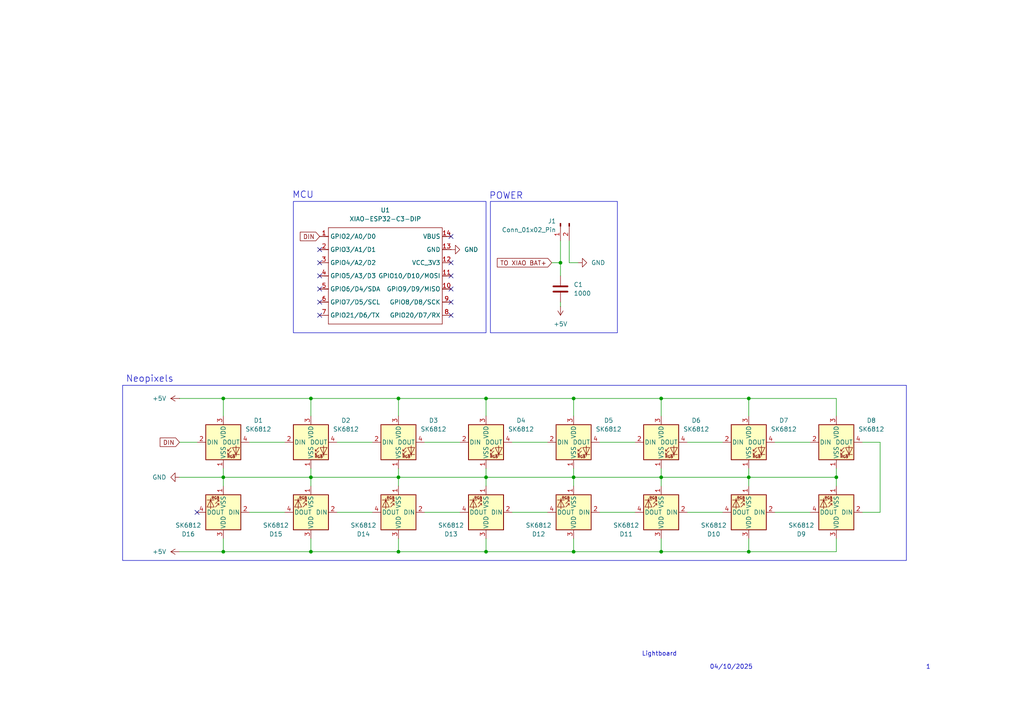
<source format=kicad_sch>
(kicad_sch (version 20231120) (generator "eeschema") (generator_version "8.0")
  (paper "A4")
  (lib_symbols
    (symbol "Connector:Conn_01x02_Pin" (pin_names (offset 1.016) hide)
      (property "Reference" "J" (at 0 2.54 0))
      (property "Value" "Conn_01x02_Pin" (at 0 -5.08 0))
      (symbol "Conn_01x02_Pin_1_1"
        (polyline (pts (xy 1.27 -2.54) (xy 0.8636 -2.54)) (stroke (width 0.1524)))
        (polyline (pts (xy 1.27 0) (xy 0.8636 0)) (stroke (width 0.1524)))
        (rectangle (start 0.8636 -2.413) (end 0 -2.667) (stroke (width 0.1524)) (fill (type outline)))
        (rectangle (start 0.8636 0.127) (end 0 -0.127) (stroke (width 0.1524)) (fill (type outline)))
        (pin passive line (at 5.08 0 180) (length 3.81) (name "Pin_1") (number "1"))
        (pin passive line (at 5.08 -2.54 180) (length 3.81) (name "Pin_2") (number "2"))
      )
    )
    (symbol "Device:C" (pin_numbers hide) (pin_names (offset 0.254))
      (property "Reference" "C" (at 0.635 2.54 0))
      (property "Value" "C" (at 0.635 -2.54 0))
      (symbol "C_0_1"
        (polyline (pts (xy -2.032 -0.762) (xy 2.032 -0.762)) (stroke (width 0.508)))
        (polyline (pts (xy -2.032 0.762) (xy 2.032 0.762)) (stroke (width 0.508)))
      )
      (symbol "C_1_1"
        (pin passive line (at 0 3.81 270) (length 2.794) (name "~") (number "1"))
        (pin passive line (at 0 -3.81 90) (length 2.794) (name "~") (number "2"))
      )
    )
    (symbol "LED:SK6812" (pin_names (offset 0.254))
      (property "Reference" "D" (at 5.08 5.715 0))
      (property "Value" "SK6812" (at 1.27 -5.715 0))
      (symbol "SK6812_0_0"
        (text "RGB" (at 2.286 -4.191 0) (effects (font (size 0.762 0.762))))
      )
      (symbol "SK6812_0_1"
        (polyline (pts (xy 1.27 -3.556) (xy 1.778 -3.556)))
        (polyline (pts (xy 1.27 -2.54) (xy 1.778 -2.54)))
        (polyline (pts (xy 4.699 -3.556) (xy 2.667 -3.556)))
        (polyline (pts (xy 2.286 -2.54) (xy 1.27 -3.556) (xy 1.27 -3.048)))
        (polyline (pts (xy 2.286 -1.524) (xy 1.27 -2.54) (xy 1.27 -2.032)))
        (polyline (pts (xy 3.683 -1.016) (xy 3.683 -3.556) (xy 3.683 -4.064)))
        (polyline (pts (xy 4.699 -1.524) (xy 2.667 -1.524) (xy 3.683 -3.556) (xy 4.699 -1.524)))
        (rectangle (start 5.08 5.08) (end -5.08 -5.08) (stroke (width 0.254)) (fill (type background)))
      )
      (symbol "SK6812_1_1"
        (pin power_in line (at 0 -7.62 90) (length 2.54) (name "VSS") (number "1"))
        (pin input line (at -7.62 0 0) (length 2.54) (name "DIN") (number "2"))
        (pin power_in line (at 0 7.62 270) (length 2.54) (name "VDD") (number "3"))
        (pin output line (at 7.62 0 180) (length 2.54) (name "DOUT") (number "4"))
      )
    )
    (symbol "Seeed_Studio_XIAO_Series:XIAO-ESP32-C3-DIP"
      (property "Reference" "U" (at 1.016 2.794 0))
      (property "Value" "XIAO-ESP32-C3-DIP" (at 7.62 1.016 0))
      (symbol "XIAO-ESP32-C3-DIP_1_0"
        (polyline (pts (xy 0 -27.94) (xy 0 -13.97)) (stroke (width 0.1524)))
        (polyline (pts (xy 0 -25.4) (xy -1.27 -25.4)) (stroke (width 0.1524)))
        (polyline (pts (xy 0 -21.59) (xy -1.27 -21.59)) (stroke (width 0.1524)))
        (polyline (pts (xy 0 -17.78) (xy -1.27 -17.78)) (stroke (width 0.1524)))
        (polyline (pts (xy 0 -13.97) (xy -1.27 -13.97)) (stroke (width 0.1524)))
        (polyline (pts (xy 0 -13.97) (xy 0 -10.16)) (stroke (width 0.1524)))
        (polyline (pts (xy 0 -10.16) (xy -1.27 -10.16)) (stroke (width 0.1524)))
        (polyline (pts (xy 0 -10.16) (xy 0 -6.35)) (stroke (width 0.1524)))
        (polyline (pts (xy 0 -6.35) (xy -1.27 -6.35)) (stroke (width 0.1524)))
        (polyline (pts (xy 0 -6.35) (xy 0 -2.54)) (stroke (width 0.1524)))
        (polyline (pts (xy 0 -2.54) (xy -1.27 -2.54)) (stroke (width 0.1524)))
        (polyline (pts (xy 0 -2.54) (xy 0 0)) (stroke (width 0.1524)))
        (polyline (pts (xy 0 0) (xy 33.02 0)) (stroke (width 0.1524)))
        (polyline (pts (xy 33.02 -27.94) (xy 0 -27.94)) (stroke (width 0.1524)))
        (polyline (pts (xy 33.02 -10.16) (xy 33.02 -27.94)) (stroke (width 0.1524)))
        (polyline (pts (xy 33.02 -6.35) (xy 33.02 -10.16)) (stroke (width 0.1524)))
        (polyline (pts (xy 33.02 -2.54) (xy 33.02 -6.35)) (stroke (width 0.1524)))
        (polyline (pts (xy 33.02 0) (xy 33.02 -2.54)) (stroke (width 0.1524)))
        (polyline (pts (xy 34.29 -25.4) (xy 33.02 -25.4)) (stroke (width 0.1524)))
        (polyline (pts (xy 34.29 -21.59) (xy 33.02 -21.59)) (stroke (width 0.1524)))
        (polyline (pts (xy 34.29 -17.78) (xy 33.02 -17.78)) (stroke (width 0.1524)))
        (polyline (pts (xy 34.29 -13.97) (xy 33.02 -13.97)) (stroke (width 0.1524)))
        (polyline (pts (xy 34.29 -10.16) (xy 33.02 -10.16)) (stroke (width 0.1524)))
        (polyline (pts (xy 34.29 -6.35) (xy 33.02 -6.35)) (stroke (width 0.1524)))
        (polyline (pts (xy 34.29 -2.54) (xy 33.02 -2.54)) (stroke (width 0.1524)))
        (pin passive line (at -2.54 -2.54 0) (length 2.54) (name "GPIO2/A0/D0") (number "1"))
        (pin passive line (at 35.56 -17.78 180) (length 2.54) (name "GPIO9/D9/MISO") (number "10"))
        (pin passive line (at 35.56 -13.97 180) (length 2.54) (name "GPIO10/D10/MOSI") (number "11"))
        (pin passive line (at 35.56 -10.16 180) (length 2.54) (name "VCC_3V3") (number "12"))
        (pin passive line (at 35.56 -6.35 180) (length 2.54) (name "GND") (number "13"))
        (pin passive line (at 35.56 -2.54 180) (length 2.54) (name "VBUS") (number "14"))
        (pin passive line (at -2.54 -6.35 0) (length 2.54) (name "GPIO3/A1/D1") (number "2"))
        (pin passive line (at -2.54 -10.16 0) (length 2.54) (name "GPIO4/A2/D2") (number "3"))
        (pin passive line (at -2.54 -13.97 0) (length 2.54) (name "GPIO5/A3/D3") (number "4"))
        (pin passive line (at -2.54 -17.78 0) (length 2.54) (name "GPIO6/D4/SDA") (number "5"))
        (pin passive line (at -2.54 -21.59 0) (length 2.54) (name "GPIO7/D5/SCL") (number "6"))
        (pin passive line (at -2.54 -25.4 0) (length 2.54) (name "GPIO21/D6/TX") (number "7"))
        (pin passive line (at 35.56 -25.4 180) (length 2.54) (name "GPIO20/D7/RX") (number "8"))
        (pin passive line (at 35.56 -21.59 180) (length 2.54) (name "GPIO8/D8/SCK") (number "9"))
      )
    )
    (symbol "power:+5V" (power) (pin_numbers hide) (pin_names (offset 0) hide)
      (property "Value" "+5V" (at 0 3.556 0))
      (symbol "+5V_0_1"
        (polyline (pts (xy -0.762 1.27) (xy 0 2.54)))
        (polyline (pts (xy 0 0) (xy 0 2.54)))
        (polyline (pts (xy 0 2.54) (xy 0.762 1.27)))
      )
      (symbol "+5V_1_1"
        (pin power_in line (at 0 0 90) (length 0) (name "~") (number "1"))
      )
    )
    (symbol "power:GND" (power) (pin_numbers hide) (pin_names (offset 0) hide)
      (property "Value" "GND" (at 0 -3.81 0))
      (symbol "GND_0_1"
        (polyline (pts (xy 0 0) (xy 0 -1.27) (xy 1.27 -1.27) (xy 0 -2.54) (xy -1.27 -1.27) (xy 0 -1.27)))
      )
      (symbol "GND_1_1"
        (pin power_in line (at 0 0 270) (length 0) (name "~") (number "1"))
      )
    )
  )
  (junction (at 64.77 160.02))
  (junction (at 191.77 138.43))
  (junction (at 90.17 160.02))
  (junction (at 140.97 115.57))
  (junction (at 166.37 160.02))
  (junction (at 64.77 115.57))
  (junction (at 140.97 160.02))
  (junction (at 115.57 115.57))
  (junction (at 217.17 138.43))
  (junction (at 166.37 138.43))
  (junction (at 140.97 138.43))
  (junction (at 115.57 138.43))
  (junction (at 191.77 160.02))
  (junction (at 90.17 115.57))
  (junction (at 217.17 160.02))
  (junction (at 242.57 138.43))
  (junction (at 162.56 76.2))
  (junction (at 64.77 138.43))
  (junction (at 217.17 115.57))
  (junction (at 90.17 138.43))
  (junction (at 191.77 115.57))
  (junction (at 166.37 115.57))
  (junction (at 115.57 160.02))
  (no_connect (at 130.81 68.58))
  (no_connect (at 130.81 87.63))
  (no_connect (at 57.15 148.59))
  (no_connect (at 92.71 87.63))
  (no_connect (at 92.71 83.82))
  (no_connect (at 92.71 91.44))
  (no_connect (at 92.71 76.2))
  (no_connect (at 130.81 80.01))
  (no_connect (at 130.81 91.44))
  (no_connect (at 92.71 80.01))
  (no_connect (at 130.81 83.82))
  (no_connect (at 130.81 76.2))
  (no_connect (at 92.71 72.39))
  (wire (pts (xy 64.77 138.43) (xy 64.77 140.97)))
  (wire (pts (xy 217.17 160.02) (xy 242.57 160.02)))
  (wire (pts (xy 64.77 160.02) (xy 90.17 160.02)))
  (wire (pts (xy 255.27 148.59) (xy 250.19 148.59)))
  (wire (pts (xy 148.59 148.59) (xy 158.75 148.59)))
  (wire (pts (xy 148.59 128.27) (xy 158.75 128.27)))
  (wire (pts (xy 217.17 138.43) (xy 217.17 140.97)))
  (wire (pts (xy 165.1 69.85) (xy 165.1 76.2)))
  (wire (pts (xy 191.77 156.21) (xy 191.77 160.02)))
  (wire (pts (xy 162.56 76.2) (xy 162.56 80.01)))
  (wire (pts (xy 140.97 160.02) (xy 166.37 160.02)))
  (wire (pts (xy 191.77 138.43) (xy 217.17 138.43)))
  (wire (pts (xy 217.17 115.57) (xy 242.57 115.57)))
  (wire (pts (xy 140.97 115.57) (xy 140.97 120.65)))
  (wire (pts (xy 72.39 128.27) (xy 82.55 128.27)))
  (wire (pts (xy 90.17 115.57) (xy 90.17 120.65)))
  (wire (pts (xy 217.17 135.89) (xy 217.17 138.43)))
  (wire (pts (xy 191.77 115.57) (xy 191.77 120.65)))
  (wire (pts (xy 64.77 135.89) (xy 64.77 138.43)))
  (wire (pts (xy 166.37 138.43) (xy 166.37 140.97)))
  (wire (pts (xy 199.39 148.59) (xy 209.55 148.59)))
  (wire (pts (xy 115.57 160.02) (xy 140.97 160.02)))
  (wire (pts (xy 140.97 156.21) (xy 140.97 160.02)))
  (wire (pts (xy 160.02 76.2) (xy 162.56 76.2)))
  (wire (pts (xy 140.97 138.43) (xy 140.97 140.97)))
  (wire (pts (xy 173.99 148.59) (xy 184.15 148.59)))
  (wire (pts (xy 115.57 115.57) (xy 140.97 115.57)))
  (wire (pts (xy 140.97 115.57) (xy 166.37 115.57)))
  (wire (pts (xy 191.77 135.89) (xy 191.77 138.43)))
  (wire (pts (xy 217.17 115.57) (xy 217.17 120.65)))
  (wire (pts (xy 173.99 128.27) (xy 184.15 128.27)))
  (wire (pts (xy 90.17 156.21) (xy 90.17 160.02)))
  (wire (pts (xy 123.19 128.27) (xy 133.35 128.27)))
  (wire (pts (xy 115.57 135.89) (xy 115.57 138.43)))
  (wire (pts (xy 166.37 160.02) (xy 191.77 160.02)))
  (wire (pts (xy 242.57 138.43) (xy 242.57 140.97)))
  (wire (pts (xy 64.77 115.57) (xy 90.17 115.57)))
  (wire (pts (xy 90.17 138.43) (xy 115.57 138.43)))
  (wire (pts (xy 72.39 148.59) (xy 82.55 148.59)))
  (wire (pts (xy 52.07 115.57) (xy 64.77 115.57)))
  (wire (pts (xy 224.79 148.59) (xy 234.95 148.59)))
  (wire (pts (xy 217.17 138.43) (xy 242.57 138.43)))
  (wire (pts (xy 166.37 115.57) (xy 191.77 115.57)))
  (wire (pts (xy 97.79 148.59) (xy 107.95 148.59)))
  (wire (pts (xy 191.77 138.43) (xy 191.77 140.97)))
  (wire (pts (xy 64.77 156.21) (xy 64.77 160.02)))
  (wire (pts (xy 191.77 160.02) (xy 217.17 160.02)))
  (wire (pts (xy 52.07 138.43) (xy 64.77 138.43)))
  (wire (pts (xy 242.57 115.57) (xy 242.57 120.65)))
  (wire (pts (xy 64.77 138.43) (xy 90.17 138.43)))
  (wire (pts (xy 90.17 160.02) (xy 115.57 160.02)))
  (wire (pts (xy 255.27 128.27) (xy 255.27 148.59)))
  (wire (pts (xy 140.97 138.43) (xy 166.37 138.43)))
  (wire (pts (xy 90.17 135.89) (xy 90.17 138.43)))
  (wire (pts (xy 217.17 156.21) (xy 217.17 160.02)))
  (wire (pts (xy 115.57 156.21) (xy 115.57 160.02)))
  (wire (pts (xy 166.37 115.57) (xy 166.37 120.65)))
  (wire (pts (xy 224.79 128.27) (xy 234.95 128.27)))
  (wire (pts (xy 115.57 138.43) (xy 140.97 138.43)))
  (wire (pts (xy 242.57 135.89) (xy 242.57 138.43)))
  (wire (pts (xy 166.37 156.21) (xy 166.37 160.02)))
  (wire (pts (xy 64.77 120.65) (xy 64.77 115.57)))
  (wire (pts (xy 165.1 76.2) (xy 167.64 76.2)))
  (wire (pts (xy 166.37 138.43) (xy 191.77 138.43)))
  (wire (pts (xy 52.07 128.27) (xy 57.15 128.27)))
  (wire (pts (xy 140.97 135.89) (xy 140.97 138.43)))
  (wire (pts (xy 97.79 128.27) (xy 107.95 128.27)))
  (wire (pts (xy 90.17 138.43) (xy 90.17 140.97)))
  (wire (pts (xy 115.57 138.43) (xy 115.57 140.97)))
  (wire (pts (xy 191.77 115.57) (xy 217.17 115.57)))
  (wire (pts (xy 250.19 128.27) (xy 255.27 128.27)))
  (wire (pts (xy 242.57 156.21) (xy 242.57 160.02)))
  (wire (pts (xy 52.07 160.02) (xy 64.77 160.02)))
  (wire (pts (xy 115.57 115.57) (xy 115.57 120.65)))
  (wire (pts (xy 162.56 87.63) (xy 162.56 88.9)))
  (wire (pts (xy 123.19 148.59) (xy 133.35 148.59)))
  (wire (pts (xy 166.37 135.89) (xy 166.37 138.43)))
  (wire (pts (xy 199.39 128.27) (xy 209.55 128.27)))
  (wire (pts (xy 90.17 115.57) (xy 115.57 115.57)))
  (wire (pts (xy 162.56 69.85) (xy 162.56 76.2)))
  (rectangle (start 142.24 58.42) (end 179.07 96.52))
  (rectangle (start 85.09 58.42) (end 140.97 96.52))
  (rectangle (start 35.56 111.76) (end 262.89 162.56))
  (text "MCU\n" (at 87.884 56.642 0) (effects (font (size 1.905 1.905))))
  (text "04/10/2025\n" (at 212.09 193.548 0) (effects (font (size 1.27 1.27))))
  (text "Neopixels" (at 43.434 109.982 0) (effects (font (size 1.905 1.905))))
  (text "1\n" (at 269.24 193.548 0) (effects (font (size 1.27 1.27))))
  (text "Lightboard\n" (at 191.262 189.738 0) (effects (font (size 1.27 1.27))))
  (text "POWER" (at 146.812 56.896 0) (effects (font (size 1.905 1.905))))
  (global_label "TO XIAO BAT+" (shape input) (at 160.02 76.2 180) (property "Intersheetrefs" "${INTERSHEET_REFS}" (effects (hide yes))))
  (global_label "DIN" (shape input) (at 92.71 68.58 180) (property "Intersheetrefs" "${INTERSHEET_REFS}" (effects (hide yes))))
  (global_label "DIN" (shape input) (at 52.07 128.27 180) (property "Intersheetrefs" "${INTERSHEET_REFS}" (effects (hide yes))))
  (symbol (lib_id "LED:SK6812") (at 140.97 128.27 0) (unit 1)
    (property "Reference" "D4" (at 151.13 121.9514 0))
    (property "Value" "SK6812" (at 151.13 124.4914 0))
    (property "Footprint" "LED_SMD:LED_SK6812_PLCC4_5.0x5.0mm_P3.2mm" (effects (hide yes)))
    (property "Datasheet" "https://cdn-shop.adafruit.com/product-files/1138/SK6812+LED+datasheet+.pdf" (effects (hide yes)))
    (property "Description" "RGB LED with integrated controller" (effects (hide yes)))
  )
  (symbol (lib_id "Device:C") (at 162.56 83.82 0) (unit 1)
    (property "Reference" "C1" (at 166.37 82.5499 0) (effects (justify left)))
    (property "Value" "1000" (at 166.37 85.0899 0) (effects (justify left)))
    (property "Description" "Unpolarized capacitor" (effects (hide yes)))
  )
  (symbol (lib_id "LED:SK6812") (at 64.77 148.59 180) (unit 1)
    (property "Reference" "D16" (at 54.61 154.9086 0))
    (property "Value" "SK6812" (at 54.61 152.3686 0))
    (property "Footprint" "LED_SMD:LED_SK6812_PLCC4_5.0x5.0mm_P3.2mm" (effects (hide yes)))
    (property "Datasheet" "https://cdn-shop.adafruit.com/product-files/1138/SK6812+LED+datasheet+.pdf" (effects (hide yes)))
    (property "Description" "RGB LED with integrated controller" (effects (hide yes)))
  )
  (symbol (lib_id "LED:SK6812") (at 191.77 148.59 180) (unit 1)
    (property "Reference" "D11" (at 181.61 154.9086 0))
    (property "Value" "SK6812" (at 181.61 152.3686 0))
    (property "Footprint" "LED_SMD:LED_SK6812_PLCC4_5.0x5.0mm_P3.2mm" (effects (hide yes)))
    (property "Datasheet" "https://cdn-shop.adafruit.com/product-files/1138/SK6812+LED+datasheet+.pdf" (effects (hide yes)))
    (property "Description" "RGB LED with integrated controller" (effects (hide yes)))
  )
  (symbol (lib_id "LED:SK6812") (at 115.57 128.27 0) (unit 1)
    (property "Reference" "D3" (at 125.73 121.9514 0))
    (property "Value" "SK6812" (at 125.73 124.4914 0))
    (property "Footprint" "LED_SMD:LED_SK6812_PLCC4_5.0x5.0mm_P3.2mm" (effects (hide yes)))
    (property "Datasheet" "https://cdn-shop.adafruit.com/product-files/1138/SK6812+LED+datasheet+.pdf" (effects (hide yes)))
    (property "Description" "RGB LED with integrated controller" (effects (hide yes)))
  )
  (symbol (lib_id "LED:SK6812") (at 64.77 128.27 0) (unit 1)
    (property "Reference" "D1" (at 74.93 121.9514 0))
    (property "Value" "SK6812" (at 74.93 124.4914 0))
    (property "Footprint" "LED_SMD:LED_SK6812_PLCC4_5.0x5.0mm_P3.2mm" (effects (hide yes)))
    (property "Datasheet" "https://cdn-shop.adafruit.com/product-files/1138/SK6812+LED+datasheet+.pdf" (effects (hide yes)))
    (property "Description" "RGB LED with integrated controller" (effects (hide yes)))
  )
  (symbol (lib_id "LED:SK6812") (at 166.37 128.27 0) (unit 1)
    (property "Reference" "D5" (at 176.53 121.9514 0))
    (property "Value" "SK6812" (at 176.53 124.4914 0))
    (property "Footprint" "LED_SMD:LED_SK6812_PLCC4_5.0x5.0mm_P3.2mm" (effects (hide yes)))
    (property "Datasheet" "https://cdn-shop.adafruit.com/product-files/1138/SK6812+LED+datasheet+.pdf" (effects (hide yes)))
    (property "Description" "RGB LED with integrated controller" (effects (hide yes)))
  )
  (symbol (lib_id "power:GND") (at 52.07 138.43 270) (unit 1)
    (property "Reference" "#PWR01" (effects (hide yes)))
    (property "Value" "GND" (at 48.26 138.4299 90) (effects (justify right)))
    (property "Description" "Power symbol creates a global label with name \"GND\" , ground" (effects (hide yes)))
  )
  (symbol (lib_id "power:GND") (at 167.64 76.2 90) (unit 1)
    (property "Reference" "#PWR04" (effects (hide yes)))
    (property "Value" "GND" (at 171.45 76.1999 90) (effects (justify right)))
    (property "Description" "Power symbol creates a global label with name \"GND\" , ground" (effects (hide yes)))
  )
  (symbol (lib_id "LED:SK6812") (at 242.57 148.59 180) (unit 1)
    (property "Reference" "D9" (at 232.41 154.9086 0))
    (property "Value" "SK6812" (at 232.41 152.3686 0))
    (property "Footprint" "LED_SMD:LED_SK6812_PLCC4_5.0x5.0mm_P3.2mm" (effects (hide yes)))
    (property "Datasheet" "https://cdn-shop.adafruit.com/product-files/1138/SK6812+LED+datasheet+.pdf" (effects (hide yes)))
    (property "Description" "RGB LED with integrated controller" (effects (hide yes)))
  )
  (symbol (lib_id "LED:SK6812") (at 90.17 148.59 180) (unit 1)
    (property "Reference" "D15" (at 80.01 154.9086 0))
    (property "Value" "SK6812" (at 80.01 152.3686 0))
    (property "Footprint" "LED_SMD:LED_SK6812_PLCC4_5.0x5.0mm_P3.2mm" (effects (hide yes)))
    (property "Datasheet" "https://cdn-shop.adafruit.com/product-files/1138/SK6812+LED+datasheet+.pdf" (effects (hide yes)))
    (property "Description" "RGB LED with integrated controller" (effects (hide yes)))
  )
  (symbol (lib_id "LED:SK6812") (at 242.57 128.27 0) (unit 1)
    (property "Reference" "D8" (at 252.73 121.9514 0))
    (property "Value" "SK6812" (at 252.73 124.4914 0))
    (property "Footprint" "LED_SMD:LED_SK6812_PLCC4_5.0x5.0mm_P3.2mm" (effects (hide yes)))
    (property "Datasheet" "https://cdn-shop.adafruit.com/product-files/1138/SK6812+LED+datasheet+.pdf" (effects (hide yes)))
    (property "Description" "RGB LED with integrated controller" (effects (hide yes)))
  )
  (symbol (lib_id "LED:SK6812") (at 191.77 128.27 0) (unit 1)
    (property "Reference" "D6" (at 201.93 121.9514 0))
    (property "Value" "SK6812" (at 201.93 124.4914 0))
    (property "Footprint" "LED_SMD:LED_SK6812_PLCC4_5.0x5.0mm_P3.2mm" (effects (hide yes)))
    (property "Datasheet" "https://cdn-shop.adafruit.com/product-files/1138/SK6812+LED+datasheet+.pdf" (effects (hide yes)))
    (property "Description" "RGB LED with integrated controller" (effects (hide yes)))
  )
  (symbol (lib_id "Connector:Conn_01x02_Pin") (at 162.56 64.77 90) (mirror x) (unit 1)
    (property "Reference" "J1" (at 161.29 64.1349 90) (effects (justify left)))
    (property "Value" "Conn_01x02_Pin" (at 161.29 66.6749 90) (effects (justify left)))
    (property "Description" "Generic connector, single row, 01x02, script generated" (effects (hide yes)))
  )
  (symbol (lib_id "power:+5V") (at 52.07 160.02 90) (unit 1)
    (property "Reference" "#PWR010" (effects (hide yes)))
    (property "Value" "+5V" (at 48.26 160.0199 90) (effects (justify left)))
    (property "Description" "Power symbol creates a global label with name \"+5V\"" (effects (hide yes)))
  )
  (symbol (lib_id "LED:SK6812") (at 140.97 148.59 180) (unit 1)
    (property "Reference" "D13" (at 130.81 154.9086 0))
    (property "Value" "SK6812" (at 130.81 152.3686 0))
    (property "Footprint" "LED_SMD:LED_SK6812_PLCC4_5.0x5.0mm_P3.2mm" (effects (hide yes)))
    (property "Datasheet" "https://cdn-shop.adafruit.com/product-files/1138/SK6812+LED+datasheet+.pdf" (effects (hide yes)))
    (property "Description" "RGB LED with integrated controller" (effects (hide yes)))
  )
  (symbol (lib_id "power:+5V") (at 162.56 88.9 180) (unit 1)
    (property "Reference" "#PWR03" (effects (hide yes)))
    (property "Value" "+5V" (at 162.56 93.98 0))
    (property "Description" "Power symbol creates a global label with name \"+5V\"" (effects (hide yes)))
  )
  (symbol (lib_id "power:GND") (at 130.81 72.39 90) (unit 1)
    (property "Reference" "#PWR02" (effects (hide yes)))
    (property "Value" "GND" (at 134.62 72.3899 90) (effects (justify right)))
    (property "Description" "Power symbol creates a global label with name \"GND\" , ground" (effects (hide yes)))
  )
  (symbol (lib_id "LED:SK6812") (at 115.57 148.59 180) (unit 1)
    (property "Reference" "D14" (at 105.41 154.9086 0))
    (property "Value" "SK6812" (at 105.41 152.3686 0))
    (property "Footprint" "LED_SMD:LED_SK6812_PLCC4_5.0x5.0mm_P3.2mm" (effects (hide yes)))
    (property "Datasheet" "https://cdn-shop.adafruit.com/product-files/1138/SK6812+LED+datasheet+.pdf" (effects (hide yes)))
    (property "Description" "RGB LED with integrated controller" (effects (hide yes)))
  )
  (symbol (lib_id "Seeed_Studio_XIAO_Series:XIAO-ESP32-C3-DIP") (at 95.25 66.04 0) (unit 1)
    (property "Reference" "U1" (at 111.76 60.96 0))
    (property "Value" "XIAO-ESP32-C3-DIP" (at 111.76 63.5 0))
    (property "Footprint" "Module:MOUDLE14P-XIAO-DIP-SMD" (effects (hide yes)))
  )
  (symbol (lib_id "LED:SK6812") (at 217.17 128.27 0) (unit 1)
    (property "Reference" "D7" (at 227.33 121.9514 0))
    (property "Value" "SK6812" (at 227.33 124.4914 0))
    (property "Footprint" "LED_SMD:LED_SK6812_PLCC4_5.0x5.0mm_P3.2mm" (effects (hide yes)))
    (property "Datasheet" "https://cdn-shop.adafruit.com/product-files/1138/SK6812+LED+datasheet+.pdf" (effects (hide yes)))
    (property "Description" "RGB LED with integrated controller" (effects (hide yes)))
  )
  (symbol (lib_id "power:+5V") (at 52.07 115.57 90) (unit 1)
    (property "Reference" "#PWR09" (effects (hide yes)))
    (property "Value" "+5V" (at 48.26 115.5699 90) (effects (justify left)))
    (property "Description" "Power symbol creates a global label with name \"+5V\"" (effects (hide yes)))
  )
  (symbol (lib_id "LED:SK6812") (at 90.17 128.27 0) (unit 1)
    (property "Reference" "D2" (at 100.33 121.9514 0))
    (property "Value" "SK6812" (at 100.33 124.4914 0))
    (property "Footprint" "LED_SMD:LED_SK6812_PLCC4_5.0x5.0mm_P3.2mm" (effects (hide yes)))
    (property "Datasheet" "https://cdn-shop.adafruit.com/product-files/1138/SK6812+LED+datasheet+.pdf" (effects (hide yes)))
    (property "Description" "RGB LED with integrated controller" (effects (hide yes)))
  )
  (symbol (lib_id "LED:SK6812") (at 166.37 148.59 180) (unit 1)
    (property "Reference" "D12" (at 156.21 154.9086 0))
    (property "Value" "SK6812" (at 156.21 152.3686 0))
    (property "Footprint" "LED_SMD:LED_SK6812_PLCC4_5.0x5.0mm_P3.2mm" (effects (hide yes)))
    (property "Datasheet" "https://cdn-shop.adafruit.com/product-files/1138/SK6812+LED+datasheet+.pdf" (effects (hide yes)))
    (property "Description" "RGB LED with integrated controller" (effects (hide yes)))
  )
  (symbol (lib_id "LED:SK6812") (at 217.17 148.59 180) (unit 1)
    (property "Reference" "D10" (at 207.01 154.9086 0))
    (property "Value" "SK6812" (at 207.01 152.3686 0))
    (property "Footprint" "LED_SMD:LED_SK6812_PLCC4_5.0x5.0mm_P3.2mm" (effects (hide yes)))
    (property "Datasheet" "https://cdn-shop.adafruit.com/product-files/1138/SK6812+LED+datasheet+.pdf" (effects (hide yes)))
    (property "Description" "RGB LED with integrated controller" (effects (hide yes)))
  )
)
</source>
